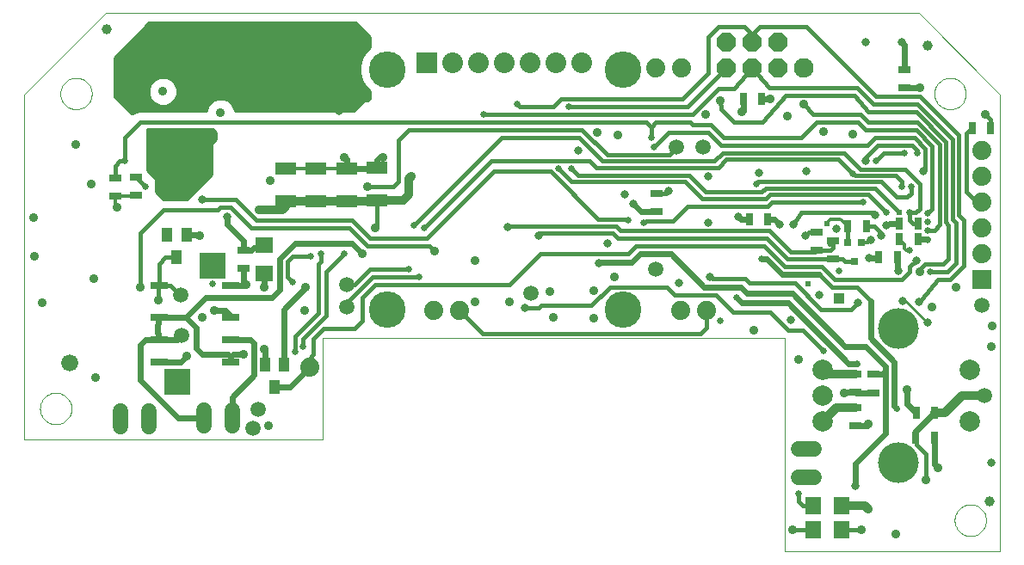
<source format=gbl>
G75*
G70*
%OFA0B0*%
%FSLAX24Y24*%
%IPPOS*%
%LPD*%
%AMOC8*
5,1,8,0,0,1.08239X$1,22.5*
%
%ADD10C,0.0000*%
%ADD11C,0.0787*%
%ADD12C,0.1575*%
%ADD13R,0.0315X0.0472*%
%ADD14R,0.0800X0.0800*%
%ADD15C,0.0800*%
%ADD16C,0.1417*%
%ADD17R,0.0472X0.0315*%
%ADD18R,0.0276X0.0276*%
%ADD19R,0.0630X0.0709*%
%ADD20R,0.0787X0.0472*%
%ADD21R,0.0394X0.0551*%
%ADD22C,0.0600*%
%ADD23C,0.0394*%
%ADD24C,0.0591*%
%ADD25C,0.0740*%
%ADD26R,0.0740X0.0740*%
%ADD27R,0.0709X0.0315*%
%ADD28R,0.0984X0.0984*%
%ADD29R,0.0709X0.0630*%
%ADD30OC8,0.0740*%
%ADD31C,0.0360*%
%ADD32C,0.0120*%
%ADD33C,0.0240*%
%ADD34C,0.0320*%
%ADD35C,0.0250*%
%ADD36C,0.0160*%
%ADD37C,0.0240*%
%ADD38C,0.0100*%
%ADD39C,0.0320*%
%ADD40C,0.0660*%
%ADD41C,0.0760*%
%ADD42C,0.0400*%
%ADD43R,0.0400X0.0400*%
D10*
X000180Y005173D02*
X011735Y005173D01*
X011735Y009110D01*
X029633Y009110D01*
X029633Y000843D01*
X037975Y000843D01*
X037975Y018559D01*
X034827Y021708D01*
X003329Y021708D01*
X000180Y018559D01*
X000180Y005173D01*
X000783Y006386D02*
X000785Y006435D01*
X000791Y006484D01*
X000801Y006532D01*
X000814Y006579D01*
X000832Y006625D01*
X000853Y006669D01*
X000877Y006712D01*
X000905Y006752D01*
X000936Y006791D01*
X000970Y006826D01*
X001007Y006859D01*
X001046Y006888D01*
X001088Y006914D01*
X001131Y006937D01*
X001177Y006956D01*
X001223Y006972D01*
X001271Y006984D01*
X001319Y006992D01*
X001368Y006996D01*
X001418Y006996D01*
X001467Y006992D01*
X001515Y006984D01*
X001563Y006972D01*
X001609Y006956D01*
X001655Y006937D01*
X001698Y006914D01*
X001740Y006888D01*
X001779Y006859D01*
X001816Y006826D01*
X001850Y006791D01*
X001881Y006752D01*
X001909Y006712D01*
X001933Y006669D01*
X001954Y006625D01*
X001972Y006579D01*
X001985Y006532D01*
X001995Y006484D01*
X002001Y006435D01*
X002003Y006386D01*
X002001Y006337D01*
X001995Y006288D01*
X001985Y006240D01*
X001972Y006193D01*
X001954Y006147D01*
X001933Y006103D01*
X001909Y006060D01*
X001881Y006020D01*
X001850Y005981D01*
X001816Y005946D01*
X001779Y005913D01*
X001740Y005884D01*
X001698Y005858D01*
X001655Y005835D01*
X001609Y005816D01*
X001563Y005800D01*
X001515Y005788D01*
X001467Y005780D01*
X001418Y005776D01*
X001368Y005776D01*
X001319Y005780D01*
X001271Y005788D01*
X001223Y005800D01*
X001177Y005816D01*
X001131Y005835D01*
X001088Y005858D01*
X001046Y005884D01*
X001007Y005913D01*
X000970Y005946D01*
X000936Y005981D01*
X000905Y006020D01*
X000877Y006060D01*
X000853Y006103D01*
X000832Y006147D01*
X000814Y006193D01*
X000801Y006240D01*
X000791Y006288D01*
X000785Y006337D01*
X000783Y006386D01*
X001570Y018591D02*
X001572Y018640D01*
X001578Y018689D01*
X001588Y018737D01*
X001601Y018784D01*
X001619Y018830D01*
X001640Y018874D01*
X001664Y018917D01*
X001692Y018957D01*
X001723Y018996D01*
X001757Y019031D01*
X001794Y019064D01*
X001833Y019093D01*
X001875Y019119D01*
X001918Y019142D01*
X001964Y019161D01*
X002010Y019177D01*
X002058Y019189D01*
X002106Y019197D01*
X002155Y019201D01*
X002205Y019201D01*
X002254Y019197D01*
X002302Y019189D01*
X002350Y019177D01*
X002396Y019161D01*
X002442Y019142D01*
X002485Y019119D01*
X002527Y019093D01*
X002566Y019064D01*
X002603Y019031D01*
X002637Y018996D01*
X002668Y018957D01*
X002696Y018917D01*
X002720Y018874D01*
X002741Y018830D01*
X002759Y018784D01*
X002772Y018737D01*
X002782Y018689D01*
X002788Y018640D01*
X002790Y018591D01*
X002788Y018542D01*
X002782Y018493D01*
X002772Y018445D01*
X002759Y018398D01*
X002741Y018352D01*
X002720Y018308D01*
X002696Y018265D01*
X002668Y018225D01*
X002637Y018186D01*
X002603Y018151D01*
X002566Y018118D01*
X002527Y018089D01*
X002485Y018063D01*
X002442Y018040D01*
X002396Y018021D01*
X002350Y018005D01*
X002302Y017993D01*
X002254Y017985D01*
X002205Y017981D01*
X002155Y017981D01*
X002106Y017985D01*
X002058Y017993D01*
X002010Y018005D01*
X001964Y018021D01*
X001918Y018040D01*
X001875Y018063D01*
X001833Y018089D01*
X001794Y018118D01*
X001757Y018151D01*
X001723Y018186D01*
X001692Y018225D01*
X001664Y018265D01*
X001640Y018308D01*
X001619Y018352D01*
X001601Y018398D01*
X001588Y018445D01*
X001578Y018493D01*
X001572Y018542D01*
X001570Y018591D01*
X035428Y018591D02*
X035430Y018640D01*
X035436Y018689D01*
X035446Y018737D01*
X035459Y018784D01*
X035477Y018830D01*
X035498Y018874D01*
X035522Y018917D01*
X035550Y018957D01*
X035581Y018996D01*
X035615Y019031D01*
X035652Y019064D01*
X035691Y019093D01*
X035733Y019119D01*
X035776Y019142D01*
X035822Y019161D01*
X035868Y019177D01*
X035916Y019189D01*
X035964Y019197D01*
X036013Y019201D01*
X036063Y019201D01*
X036112Y019197D01*
X036160Y019189D01*
X036208Y019177D01*
X036254Y019161D01*
X036300Y019142D01*
X036343Y019119D01*
X036385Y019093D01*
X036424Y019064D01*
X036461Y019031D01*
X036495Y018996D01*
X036526Y018957D01*
X036554Y018917D01*
X036578Y018874D01*
X036599Y018830D01*
X036617Y018784D01*
X036630Y018737D01*
X036640Y018689D01*
X036646Y018640D01*
X036648Y018591D01*
X036646Y018542D01*
X036640Y018493D01*
X036630Y018445D01*
X036617Y018398D01*
X036599Y018352D01*
X036578Y018308D01*
X036554Y018265D01*
X036526Y018225D01*
X036495Y018186D01*
X036461Y018151D01*
X036424Y018118D01*
X036385Y018089D01*
X036343Y018063D01*
X036300Y018040D01*
X036254Y018021D01*
X036208Y018005D01*
X036160Y017993D01*
X036112Y017985D01*
X036063Y017981D01*
X036013Y017981D01*
X035964Y017985D01*
X035916Y017993D01*
X035868Y018005D01*
X035822Y018021D01*
X035776Y018040D01*
X035733Y018063D01*
X035691Y018089D01*
X035652Y018118D01*
X035615Y018151D01*
X035581Y018186D01*
X035550Y018225D01*
X035522Y018265D01*
X035498Y018308D01*
X035477Y018352D01*
X035459Y018398D01*
X035446Y018445D01*
X035436Y018493D01*
X035430Y018542D01*
X035428Y018591D01*
X036216Y002055D02*
X036218Y002104D01*
X036224Y002153D01*
X036234Y002201D01*
X036247Y002248D01*
X036265Y002294D01*
X036286Y002338D01*
X036310Y002381D01*
X036338Y002421D01*
X036369Y002460D01*
X036403Y002495D01*
X036440Y002528D01*
X036479Y002557D01*
X036521Y002583D01*
X036564Y002606D01*
X036610Y002625D01*
X036656Y002641D01*
X036704Y002653D01*
X036752Y002661D01*
X036801Y002665D01*
X036851Y002665D01*
X036900Y002661D01*
X036948Y002653D01*
X036996Y002641D01*
X037042Y002625D01*
X037088Y002606D01*
X037131Y002583D01*
X037173Y002557D01*
X037212Y002528D01*
X037249Y002495D01*
X037283Y002460D01*
X037314Y002421D01*
X037342Y002381D01*
X037366Y002338D01*
X037387Y002294D01*
X037405Y002248D01*
X037418Y002201D01*
X037428Y002153D01*
X037434Y002104D01*
X037436Y002055D01*
X037434Y002006D01*
X037428Y001957D01*
X037418Y001909D01*
X037405Y001862D01*
X037387Y001816D01*
X037366Y001772D01*
X037342Y001729D01*
X037314Y001689D01*
X037283Y001650D01*
X037249Y001615D01*
X037212Y001582D01*
X037173Y001553D01*
X037131Y001527D01*
X037088Y001504D01*
X037042Y001485D01*
X036996Y001469D01*
X036948Y001457D01*
X036900Y001449D01*
X036851Y001445D01*
X036801Y001445D01*
X036752Y001449D01*
X036704Y001457D01*
X036656Y001469D01*
X036610Y001485D01*
X036564Y001504D01*
X036521Y001527D01*
X036479Y001553D01*
X036440Y001582D01*
X036403Y001615D01*
X036369Y001650D01*
X036338Y001689D01*
X036310Y001729D01*
X036286Y001772D01*
X036265Y001816D01*
X036247Y001862D01*
X036234Y001909D01*
X036224Y001957D01*
X036218Y002006D01*
X036216Y002055D01*
D11*
X036788Y005874D03*
X036788Y007874D03*
X031088Y007874D03*
X031088Y006874D03*
X031088Y005874D03*
D12*
X034038Y004274D03*
X034038Y009474D03*
D13*
X033989Y012243D03*
X033281Y012243D03*
X034081Y012943D03*
X034081Y013543D03*
X034789Y013543D03*
X034789Y012943D03*
X032789Y013443D03*
X032081Y013443D03*
X028984Y013723D03*
X028276Y013723D03*
X028026Y018373D03*
X028734Y018373D03*
X036886Y017253D03*
X037594Y017253D03*
X035434Y006223D03*
X034726Y006223D03*
X034716Y005268D03*
X035424Y005268D03*
D14*
X015783Y019796D03*
D15*
X016783Y019796D03*
X017783Y019796D03*
X018783Y019796D03*
X019783Y019796D03*
X020783Y019796D03*
X021783Y019796D03*
D16*
X023374Y019536D03*
X014240Y019536D03*
X014240Y010206D03*
X023374Y010206D03*
D17*
X024680Y014019D03*
X024680Y014728D03*
X030865Y013233D03*
X031495Y012883D03*
X030865Y012524D03*
X031495Y012174D03*
X032380Y007728D03*
X033080Y007708D03*
X032380Y007019D03*
X033080Y006999D03*
X032380Y006428D03*
X032380Y005719D03*
X034280Y018819D03*
X034280Y019528D03*
X008680Y012528D03*
X008680Y011819D03*
X004485Y014644D03*
X003710Y014609D03*
X003710Y015318D03*
X004485Y015353D03*
D18*
X032079Y012808D03*
X032591Y012808D03*
X032335Y012079D03*
D19*
X031831Y002623D03*
X030729Y002623D03*
X030744Y001703D03*
X031846Y001703D03*
D20*
X013850Y014449D03*
X012665Y014429D03*
X011465Y014429D03*
X010315Y014429D03*
X010315Y015688D03*
X011465Y015688D03*
X012665Y015688D03*
X013850Y015708D03*
D21*
X006454Y013107D03*
X005706Y013107D03*
X006080Y012240D03*
X009491Y008077D03*
X010239Y008077D03*
X009865Y007211D03*
D22*
X008240Y006308D02*
X008240Y005708D01*
X007140Y005708D02*
X007140Y006308D01*
X004995Y006293D02*
X004995Y005693D01*
X003895Y005693D02*
X003895Y006293D01*
X030180Y004823D02*
X030780Y004823D01*
X030780Y003723D02*
X030180Y003723D01*
D23*
X037580Y002773D03*
X035165Y020463D03*
X003380Y021073D03*
D24*
X007720Y020973D03*
X012680Y011173D03*
X012680Y010323D03*
X006230Y010773D03*
X006280Y009223D03*
X009220Y006338D03*
X009030Y005623D03*
X019800Y010863D03*
X024630Y011773D03*
X025430Y016523D03*
X026480Y016523D03*
X037280Y010373D03*
X037380Y006873D03*
D25*
X037280Y012373D03*
X037280Y013373D03*
X037280Y014373D03*
X037280Y015373D03*
X037280Y016373D03*
X026600Y010173D03*
X025600Y010173D03*
X017040Y010173D03*
X016040Y010173D03*
X011230Y007973D03*
X024645Y019603D03*
X025645Y019603D03*
D26*
X037280Y011373D03*
D27*
X008158Y011170D03*
X008158Y009910D03*
X008158Y009044D03*
X008158Y008177D03*
X005402Y008177D03*
X005402Y009044D03*
X005402Y009910D03*
X005402Y011170D03*
D28*
X007469Y011937D03*
X006091Y007410D03*
D29*
X009480Y011622D03*
X009480Y012725D03*
D30*
X027380Y019573D03*
X028380Y019573D03*
X029380Y019573D03*
X029380Y020573D03*
X028380Y020573D03*
X027380Y020573D03*
D31*
X027130Y018323D03*
X026580Y017773D03*
X027980Y017873D03*
X029080Y018373D03*
X029730Y017723D03*
X030380Y018173D03*
X031130Y017123D03*
X032280Y017023D03*
X034880Y018823D03*
X037410Y017773D03*
X034880Y011673D03*
X036280Y011073D03*
X035330Y010323D03*
X037680Y009573D03*
X037630Y008773D03*
X034380Y007123D03*
X032880Y005773D03*
X031930Y006973D03*
X030180Y008273D03*
X028420Y009413D03*
X023030Y011473D03*
X022220Y010953D03*
X022230Y009873D03*
X020680Y009923D03*
X020550Y010913D03*
X018980Y010533D03*
X017620Y010533D03*
X017620Y012133D03*
X016080Y012473D03*
X013780Y013373D03*
X013280Y012373D03*
X011080Y011073D03*
X011030Y010173D03*
X009480Y011073D03*
X008780Y011173D03*
X007530Y010173D03*
X007080Y009923D03*
X005380Y010573D03*
X004680Y011073D03*
X002880Y011423D03*
X000880Y010473D03*
X000580Y012273D03*
X000530Y013773D03*
X002780Y015073D03*
X003780Y014193D03*
X006980Y013073D03*
X009280Y014073D03*
X009710Y015223D03*
X012580Y016123D03*
X014080Y016123D03*
X015180Y015373D03*
X013480Y014973D03*
X007780Y017853D03*
X005550Y018673D03*
X002180Y016623D03*
X009480Y008673D03*
X008680Y008473D03*
X006480Y008423D03*
X002930Y007573D03*
X009630Y005723D03*
X022380Y017073D03*
X023180Y016973D03*
X035580Y004073D03*
X035100Y003613D03*
X032880Y002493D03*
X032600Y001673D03*
X033920Y001523D03*
X029920Y001673D03*
D32*
X033261Y012223D02*
X033281Y012243D01*
X034280Y012573D02*
X034280Y012744D01*
X034081Y012943D01*
X034280Y012573D02*
X034330Y012523D01*
X034480Y012523D01*
X035160Y012943D02*
X035180Y012923D01*
X032980Y012923D02*
X032864Y012808D01*
X032591Y012808D01*
X032081Y013443D02*
X031831Y013693D01*
X031820Y013693D01*
X031780Y013733D01*
X031400Y013733D01*
X031260Y013593D01*
X031260Y013553D01*
X024684Y014723D02*
X024680Y014728D01*
X013850Y015708D02*
X013830Y015728D01*
X013850Y015708D02*
X013830Y015688D01*
X012665Y015688D02*
X011465Y015688D01*
X010315Y015688D01*
X009480Y012725D02*
X009379Y012623D01*
X008780Y011173D02*
X008776Y011170D01*
X003780Y014193D02*
X003710Y014263D01*
X003710Y014609D01*
X004450Y014609D01*
X004485Y014644D01*
D33*
X006454Y013107D02*
X006947Y013107D01*
X006980Y013073D01*
X008030Y013523D02*
X008680Y012873D01*
X008680Y012528D01*
X008984Y012528D01*
X009080Y012623D01*
X009379Y012623D01*
X010080Y012173D02*
X010080Y010973D01*
X009780Y010673D01*
X007208Y010673D01*
X006444Y009910D01*
X005402Y009910D01*
X005380Y009888D02*
X005380Y009673D01*
X005338Y009631D01*
X005338Y009316D01*
X005380Y009273D01*
X005380Y009066D01*
X005402Y009043D02*
X005402Y009044D01*
X006100Y009044D01*
X006280Y009223D01*
X006830Y009523D02*
X006444Y009910D01*
X006830Y009523D02*
X006830Y008723D01*
X007080Y008473D01*
X008080Y008473D01*
X008180Y008373D01*
X008180Y008199D01*
X008180Y008373D02*
X008280Y008473D01*
X008680Y008473D01*
X009080Y008914D02*
X008950Y009044D01*
X008158Y009044D01*
X009080Y008914D02*
X009080Y007673D01*
X008240Y006833D01*
X008240Y006008D01*
X007140Y006008D02*
X006145Y006008D01*
X004680Y007473D01*
X004680Y008863D01*
X004860Y009043D01*
X005402Y009043D01*
X006234Y008177D02*
X006480Y008423D01*
X006234Y008177D02*
X005402Y008177D01*
X007980Y010173D02*
X008158Y009996D01*
X007980Y010173D02*
X007530Y010173D01*
X008158Y011170D02*
X008776Y011170D01*
X008780Y011173D02*
X008680Y011273D01*
X008680Y011819D01*
X009480Y011622D02*
X009480Y011073D01*
X010239Y010233D02*
X010239Y008077D01*
X009491Y008077D02*
X009491Y008685D01*
X009480Y008673D01*
X010467Y007211D02*
X011230Y007973D01*
X010467Y007211D02*
X009865Y007211D01*
X010239Y010233D02*
X011080Y011073D01*
X010080Y012173D02*
X010680Y012773D01*
X012880Y012773D01*
X013280Y012373D01*
X008030Y013523D02*
X008030Y013823D01*
X012580Y016123D02*
X012665Y016038D01*
X012665Y015688D01*
X013830Y015688D01*
X013830Y015728D02*
X013830Y016023D01*
X013930Y016123D01*
X014080Y016123D01*
X022440Y012013D02*
X022480Y012053D01*
X023700Y012053D01*
X024020Y012373D01*
X025220Y012373D01*
X026500Y011093D01*
X027940Y011093D01*
X028180Y010853D01*
X029920Y010853D01*
X031980Y008793D01*
X032780Y008793D01*
X033540Y008033D01*
X033540Y007853D01*
X033394Y007708D01*
X033080Y007708D01*
X033540Y007853D02*
X033540Y005413D01*
X032380Y004253D01*
X032380Y003373D01*
X035424Y004229D02*
X035580Y004073D01*
X035424Y004229D02*
X035424Y005268D01*
X034716Y005268D02*
X034716Y005505D01*
X035434Y006223D01*
X034726Y006223D02*
X034380Y006569D01*
X034380Y007123D01*
X033880Y006473D02*
X033980Y006373D01*
X033880Y006473D02*
X033880Y008193D01*
X032960Y009113D01*
X032960Y010553D01*
X034030Y011723D02*
X033989Y011764D01*
X033989Y012243D01*
X033261Y012223D02*
X032910Y012223D01*
X034789Y012943D02*
X035160Y012943D01*
X034081Y013543D02*
X033710Y013543D01*
X033580Y013473D01*
X030980Y011573D02*
X029540Y011573D01*
X028920Y012193D01*
X028720Y012193D01*
X029430Y013513D02*
X029220Y013723D01*
X028984Y013723D01*
X028276Y013723D02*
X027930Y013723D01*
X027830Y013823D01*
X024680Y014019D02*
X024084Y014019D01*
X023780Y014323D01*
X027980Y017873D02*
X028026Y017919D01*
X028026Y018373D01*
X028734Y018373D02*
X029080Y018373D01*
X034280Y018819D02*
X034876Y018819D01*
X034280Y019528D02*
X034280Y020473D01*
X034180Y020573D01*
X027760Y010693D02*
X027980Y010473D01*
X029760Y010473D01*
X032100Y008133D01*
X032420Y008133D01*
X032380Y007019D02*
X031976Y007019D01*
X031930Y006973D01*
X032400Y006999D02*
X033080Y006999D01*
X032880Y005773D02*
X032826Y005719D01*
X032380Y005719D01*
D34*
X032380Y003373D03*
X037630Y004273D03*
X035180Y009723D03*
X034830Y010523D03*
X034192Y010561D03*
X032460Y010483D03*
X030980Y010773D03*
X029880Y009813D03*
X026740Y011493D03*
X025520Y011243D03*
X022780Y012773D03*
X022440Y012013D03*
X020100Y013093D03*
X018900Y013413D03*
X023440Y014693D03*
X023780Y014323D03*
X025130Y014823D03*
X026680Y015373D03*
X028630Y015523D03*
X030480Y015573D03*
X032780Y015973D03*
X035000Y015593D03*
X033130Y013873D03*
X033580Y013473D03*
X033380Y013073D03*
X032980Y012923D03*
X032910Y012223D03*
X034030Y011723D03*
X034730Y012123D03*
X031640Y013353D03*
X030430Y013103D03*
X029980Y013523D03*
X029430Y013513D03*
X027830Y013823D03*
X026680Y013603D03*
X021630Y016373D03*
X013020Y019073D03*
X012700Y019193D03*
X012680Y018853D03*
X012980Y018733D03*
X012660Y018513D03*
X012960Y018373D03*
X012760Y018073D03*
X012460Y018233D03*
X012120Y018113D03*
X011820Y018033D03*
X011500Y018033D03*
X011180Y018033D03*
X010380Y018813D03*
X010120Y019033D03*
X010400Y019133D03*
X010420Y019473D03*
X010120Y019333D03*
X010140Y019653D03*
X010440Y019793D03*
X010460Y020113D03*
X010160Y019993D03*
X009900Y020273D03*
X010200Y020433D03*
X010300Y020773D03*
X010060Y020993D03*
X009820Y021193D03*
X009460Y021193D03*
X009080Y021193D03*
X008700Y021173D03*
X008380Y021153D03*
X006900Y021193D03*
X006400Y021173D03*
X005940Y021153D03*
X005420Y021133D03*
X005080Y021133D03*
X004820Y020913D03*
X004580Y020693D03*
X004240Y020333D03*
X003960Y020013D03*
X003960Y019633D03*
X003940Y019213D03*
X004320Y019173D03*
X004760Y019373D03*
X005080Y019613D03*
X009920Y020673D03*
X010600Y020473D03*
X010940Y020473D03*
X011280Y020473D03*
X011620Y020473D03*
X011960Y020473D03*
X012300Y020453D03*
X012160Y020753D03*
X011780Y020793D03*
X011380Y020813D03*
X011020Y020813D03*
X010660Y020813D03*
X010440Y021173D03*
X010980Y021213D03*
X011560Y021213D03*
X012140Y021153D03*
X012640Y020613D03*
X012580Y020253D03*
X012980Y020213D03*
X012940Y019793D03*
X012620Y019893D03*
X012720Y019513D03*
X013040Y019453D03*
X012380Y017933D03*
X007080Y014473D03*
X008030Y013823D03*
X019570Y010273D03*
X032780Y020573D03*
X034180Y020573D03*
D35*
X034280Y016273D03*
X034780Y016273D03*
X033180Y015973D03*
X032260Y015473D03*
X032660Y014373D03*
X033580Y013973D03*
X034480Y013973D03*
X035180Y013953D03*
X035180Y013613D03*
X035180Y013273D03*
X035180Y012923D03*
X034480Y012523D03*
X035280Y011673D03*
X031730Y011723D03*
X028720Y012193D03*
X027760Y010693D03*
X027140Y009773D03*
X031140Y008613D03*
X032420Y008133D03*
X033980Y006373D03*
X030180Y003073D03*
X015480Y011473D03*
X015080Y011773D03*
X012580Y012373D03*
X011680Y012373D03*
X011280Y012273D03*
X010580Y011273D03*
X007480Y011223D03*
X010980Y008773D03*
X010680Y008573D03*
X015280Y013473D03*
X015680Y013373D03*
X020880Y015673D03*
X021380Y015673D03*
X023580Y013673D03*
X024180Y013573D03*
X028520Y015093D03*
X024580Y016513D03*
X024480Y016873D03*
X021280Y018073D03*
X019280Y018173D03*
X017980Y017773D03*
X006130Y016573D03*
X005830Y016573D03*
X005530Y016573D03*
X005430Y016273D03*
X005730Y016273D03*
X006030Y016273D03*
X006130Y015973D03*
X005830Y015973D03*
X005530Y015973D03*
X005430Y015673D03*
X005730Y015673D03*
X006030Y015673D03*
X004880Y014973D03*
X004080Y015973D03*
X034180Y014973D03*
X034530Y014973D03*
D36*
X034530Y014723D01*
X034380Y014573D01*
X033980Y014573D01*
X033380Y015173D01*
X028600Y015173D01*
X028520Y015093D01*
X028740Y014773D02*
X026580Y014773D01*
X025940Y015413D01*
X021640Y015413D01*
X021380Y015673D01*
X021380Y015173D02*
X020880Y015673D01*
X020556Y015573D02*
X022412Y013718D01*
X023536Y013718D01*
X023580Y013673D01*
X023280Y013273D02*
X023100Y013453D01*
X018940Y013453D01*
X018900Y013413D01*
X020100Y013093D02*
X020180Y013173D01*
X022980Y013173D01*
X023180Y012973D01*
X028940Y012973D01*
X029739Y012174D01*
X031495Y012174D01*
X031496Y012173D01*
X031880Y012173D01*
X031974Y012079D01*
X032335Y012079D01*
X031500Y012633D02*
X031500Y012878D01*
X031495Y012883D01*
X031376Y012764D01*
X031500Y012633D02*
X031391Y012524D01*
X030865Y012524D01*
X030794Y012453D01*
X029860Y012453D01*
X029040Y013273D01*
X023280Y013273D01*
X023880Y012673D02*
X028840Y012673D01*
X029640Y011873D01*
X031080Y011873D01*
X031580Y011373D01*
X034180Y011373D01*
X034480Y011673D01*
X034480Y011873D01*
X034730Y012123D01*
X034880Y011773D02*
X035080Y011973D01*
X035780Y011973D01*
X035980Y012173D01*
X035980Y013473D01*
X035860Y013633D01*
X035860Y016733D01*
X034720Y017873D01*
X032880Y017873D01*
X032530Y018273D01*
X032330Y018523D01*
X029680Y018523D01*
X029480Y018273D01*
X028780Y017473D01*
X027680Y017473D01*
X027180Y017973D01*
X027130Y018323D01*
X027080Y018773D02*
X027680Y018773D01*
X028380Y019573D01*
X029030Y018823D01*
X032430Y018823D01*
X033080Y018173D01*
X034780Y018173D01*
X036120Y016833D01*
X036120Y013733D01*
X036280Y013573D01*
X036280Y012033D01*
X035920Y011673D01*
X035280Y011673D01*
X034880Y011673D02*
X034880Y011773D01*
X035580Y011373D02*
X036020Y011373D01*
X036580Y011933D01*
X036580Y013673D01*
X036380Y013873D01*
X036380Y016973D01*
X034880Y018473D01*
X033180Y018473D01*
X030480Y021173D01*
X028680Y021173D01*
X028380Y020873D01*
X028380Y020573D01*
X028380Y020873D02*
X028080Y021173D01*
X027080Y021173D01*
X026680Y020773D01*
X026680Y019373D01*
X025680Y018373D01*
X020980Y018373D01*
X020680Y018073D01*
X019380Y018073D01*
X019280Y018173D01*
X017980Y017773D02*
X026080Y017773D01*
X027080Y018773D01*
X027380Y019573D02*
X025880Y018073D01*
X021280Y018073D01*
X021780Y017173D02*
X022780Y016213D01*
X025180Y016213D01*
X025430Y016523D01*
X025140Y017073D02*
X024580Y016513D01*
X024480Y016873D02*
X024460Y016893D01*
X024460Y017284D01*
X024649Y017473D01*
X025980Y017473D01*
X026080Y017373D01*
X026780Y017373D01*
X027280Y016873D01*
X030280Y016873D01*
X030880Y017473D01*
X032480Y017473D01*
X032780Y017173D01*
X034720Y017173D01*
X035340Y016553D01*
X035340Y014133D01*
X035180Y013953D01*
X034860Y014133D02*
X034860Y015093D01*
X034300Y015653D01*
X032580Y015653D01*
X031940Y016293D01*
X027220Y016293D01*
X026900Y015973D01*
X022580Y015973D01*
X021680Y016873D01*
X018680Y016873D01*
X015280Y013473D01*
X015680Y013373D02*
X018280Y015973D01*
X022080Y015973D01*
X022320Y015733D01*
X027060Y015733D01*
X027380Y016053D01*
X031700Y016053D01*
X032260Y015493D01*
X032260Y015473D01*
X032360Y015413D01*
X033940Y015413D01*
X034180Y015173D01*
X034180Y014973D01*
X034080Y013993D02*
X033140Y014933D01*
X028900Y014933D01*
X028740Y014773D01*
X028900Y014533D02*
X029060Y014693D01*
X032860Y014693D01*
X033580Y013973D01*
X033130Y013873D02*
X033030Y013973D01*
X030280Y013973D01*
X029980Y013523D01*
X030430Y013103D02*
X030559Y013233D01*
X030865Y013233D01*
X032079Y013442D02*
X032079Y012808D01*
X032079Y013442D02*
X032081Y013443D01*
X032789Y013443D02*
X033110Y013443D01*
X033380Y013173D01*
X033380Y013073D01*
X034480Y013673D02*
X034480Y013973D01*
X034700Y013973D01*
X034860Y014133D01*
X034480Y013673D02*
X034610Y013543D01*
X034789Y013543D01*
X035180Y013273D02*
X035440Y013273D01*
X035620Y013513D01*
X035620Y016633D01*
X034780Y017473D01*
X032880Y017473D01*
X032580Y017773D01*
X030730Y017773D01*
X030380Y018173D01*
X032820Y016573D02*
X027180Y016573D01*
X026680Y017073D01*
X025140Y017073D01*
X024480Y016873D02*
X024480Y017273D01*
X024280Y017473D01*
X004680Y017473D01*
X004080Y016873D01*
X004080Y015973D01*
X003880Y015973D01*
X003710Y015803D01*
X003710Y015318D01*
X004485Y015353D02*
X004864Y014973D01*
X004880Y014973D01*
X005580Y014073D02*
X007680Y014073D01*
X007780Y014173D01*
X008180Y014173D01*
X008960Y013393D01*
X012760Y013393D01*
X013480Y012673D01*
X015880Y012673D01*
X016080Y012473D01*
X015780Y012973D02*
X018380Y015573D01*
X020556Y015573D01*
X021380Y015173D02*
X025780Y015173D01*
X026420Y014533D01*
X028900Y014533D01*
X029140Y014373D02*
X028980Y014213D01*
X025860Y014213D01*
X025300Y013653D01*
X024260Y013653D01*
X024180Y013573D01*
X023880Y012673D02*
X023580Y012373D01*
X020180Y012373D01*
X018980Y011173D01*
X013780Y011173D01*
X013280Y010673D01*
X013280Y009773D01*
X012980Y009473D01*
X011780Y009473D01*
X011380Y009073D01*
X011380Y008473D01*
X011230Y008323D01*
X011230Y007973D01*
X010980Y007973D01*
X010680Y008573D02*
X010680Y009173D01*
X011580Y010073D01*
X011580Y011973D01*
X011680Y012073D01*
X011680Y012373D01*
X011280Y012273D02*
X010580Y012273D01*
X010380Y012073D01*
X010380Y011473D01*
X010580Y011273D01*
X011880Y011673D02*
X012580Y012373D01*
X011880Y011673D02*
X011880Y009973D01*
X010980Y009073D01*
X010980Y008773D01*
X012680Y010323D02*
X012680Y010473D01*
X013680Y011473D01*
X015480Y011473D01*
X015080Y011773D02*
X013580Y011773D01*
X012980Y011173D01*
X012680Y011173D01*
X013580Y012973D02*
X015780Y012973D01*
X013830Y013423D02*
X013780Y013373D01*
X013830Y013423D02*
X013830Y014429D01*
X013850Y014449D01*
X013480Y014973D02*
X014480Y014973D01*
X014680Y015173D01*
X014680Y016773D01*
X015080Y017173D01*
X021780Y017173D01*
X024684Y014723D02*
X025030Y014723D01*
X025130Y014823D01*
X029140Y014373D02*
X032660Y014373D01*
X034070Y013983D02*
X034080Y013993D01*
X036680Y014773D02*
X036680Y017048D01*
X036886Y017253D01*
X037594Y017253D02*
X037594Y017589D01*
X037410Y017773D01*
X035080Y016453D02*
X035080Y015673D01*
X035000Y015593D01*
X034780Y016273D02*
X034780Y016373D01*
X034580Y016573D01*
X033240Y016573D01*
X032780Y016113D01*
X032780Y015973D01*
X033180Y015973D02*
X033480Y016273D01*
X034280Y016273D01*
X034660Y016873D02*
X035080Y016453D01*
X034660Y016873D02*
X033120Y016873D01*
X032820Y016573D01*
X034876Y018819D02*
X034880Y018823D01*
X036680Y014773D02*
X037080Y014373D01*
X037280Y014373D01*
X035580Y011373D02*
X034930Y010623D01*
X034830Y010523D01*
X034192Y010561D02*
X034192Y010611D01*
X034130Y010573D01*
X032960Y010553D02*
X032440Y011073D01*
X031480Y011073D01*
X030980Y011573D01*
X030020Y011253D02*
X028260Y011253D01*
X028100Y011413D01*
X026820Y011413D01*
X026740Y011493D01*
X026980Y010773D02*
X027620Y010133D01*
X029060Y010133D01*
X029780Y009413D01*
X030340Y009413D01*
X031140Y008613D01*
X031040Y010233D02*
X032210Y010233D01*
X032460Y010483D01*
X031040Y010233D02*
X030020Y011253D01*
X026980Y010773D02*
X025380Y010773D01*
X025060Y011093D01*
X022870Y011093D01*
X022150Y010373D01*
X020210Y010373D01*
X020110Y010273D01*
X019570Y010273D01*
X017920Y009293D02*
X017040Y010173D01*
X017920Y009293D02*
X026380Y009293D01*
X026600Y009513D01*
X026600Y010173D01*
X032380Y007019D02*
X032400Y006999D01*
X034716Y005268D02*
X034716Y005118D01*
X034720Y005113D01*
X034720Y004993D01*
X035100Y004613D01*
X035100Y003613D01*
X032600Y001673D02*
X031956Y001673D01*
X031846Y001703D01*
X030794Y001673D02*
X030744Y001703D01*
X030794Y001673D02*
X029920Y001673D01*
X030330Y002623D02*
X030729Y002623D01*
X030330Y002623D02*
X030180Y002773D01*
X030180Y003073D01*
X013580Y012973D02*
X012860Y013693D01*
X009160Y013693D01*
X008380Y014473D01*
X007080Y014473D01*
X005580Y014073D02*
X004680Y013173D01*
X004680Y011073D01*
X005380Y011147D02*
X005380Y010573D01*
X005380Y011147D02*
X005402Y011170D01*
X005834Y011170D01*
X006230Y010773D01*
X005402Y011170D02*
X005402Y011996D01*
X005647Y012240D01*
X006080Y012240D01*
X005402Y009910D02*
X005380Y009888D01*
X005380Y009066D02*
X005402Y009044D01*
X008158Y009910D02*
X008158Y009996D01*
X008180Y008199D02*
X008158Y008177D01*
D37*
X030530Y011223D03*
X031260Y013553D03*
X034070Y013983D03*
D38*
X034230Y010623D02*
X035180Y009723D01*
X034230Y010623D02*
X034130Y010573D01*
X013560Y018393D02*
X013480Y018313D01*
X013320Y018313D01*
X012930Y017923D01*
X008330Y017923D01*
X008330Y017963D01*
X008246Y018165D01*
X008092Y018320D01*
X007889Y018403D01*
X007671Y018403D01*
X007468Y018320D01*
X007314Y018165D01*
X007230Y017963D01*
X007230Y017923D01*
X004590Y017923D01*
X004425Y017855D01*
X004384Y017813D01*
X004340Y017813D01*
X003660Y018493D01*
X003660Y019993D01*
X005004Y021338D01*
X012996Y021338D01*
X013560Y020773D01*
X013560Y020382D01*
X013377Y020199D01*
X013235Y019953D01*
X013161Y019678D01*
X013161Y019394D01*
X013235Y019120D01*
X013377Y018874D01*
X013560Y018691D01*
X013560Y018393D01*
X013539Y018372D02*
X007964Y018372D01*
X008137Y018274D02*
X013281Y018274D01*
X013182Y018175D02*
X008236Y018175D01*
X008283Y018077D02*
X013084Y018077D01*
X012985Y017978D02*
X008324Y017978D01*
X007596Y018372D02*
X006021Y018372D01*
X006016Y018362D02*
X006100Y018564D01*
X006100Y018783D01*
X006016Y018985D01*
X005862Y019140D01*
X005659Y019223D01*
X005441Y019223D01*
X005238Y019140D01*
X005084Y018985D01*
X005000Y018783D01*
X005000Y018564D01*
X005084Y018362D01*
X005238Y018207D01*
X005441Y018123D01*
X005659Y018123D01*
X005862Y018207D01*
X006016Y018362D01*
X006061Y018471D02*
X013560Y018471D01*
X013560Y018569D02*
X006100Y018569D01*
X006100Y018668D02*
X013560Y018668D01*
X013484Y018766D02*
X006100Y018766D01*
X006066Y018865D02*
X013386Y018865D01*
X013325Y018963D02*
X006025Y018963D01*
X005939Y019062D02*
X013268Y019062D01*
X013224Y019160D02*
X005811Y019160D01*
X005289Y019160D02*
X003660Y019160D01*
X003660Y019062D02*
X005161Y019062D01*
X005075Y018963D02*
X003660Y018963D01*
X003660Y018865D02*
X005034Y018865D01*
X005000Y018766D02*
X003660Y018766D01*
X003660Y018668D02*
X005000Y018668D01*
X005000Y018569D02*
X003660Y018569D01*
X003682Y018471D02*
X005039Y018471D01*
X005079Y018372D02*
X003781Y018372D01*
X003879Y018274D02*
X005172Y018274D01*
X005315Y018175D02*
X003978Y018175D01*
X004076Y018077D02*
X007277Y018077D01*
X007236Y017978D02*
X004175Y017978D01*
X004273Y017880D02*
X004486Y017880D01*
X004920Y017213D02*
X007480Y017213D01*
X007600Y017093D01*
X007600Y016813D01*
X007440Y016653D01*
X007440Y015453D01*
X006460Y014473D01*
X005560Y014473D01*
X005260Y014773D01*
X005260Y015273D01*
X004920Y015613D01*
X004920Y017213D01*
X004920Y017190D02*
X007503Y017190D01*
X007600Y017092D02*
X004920Y017092D01*
X004920Y016993D02*
X007600Y016993D01*
X007600Y016895D02*
X004920Y016895D01*
X004920Y016796D02*
X007583Y016796D01*
X007485Y016698D02*
X004920Y016698D01*
X004920Y016599D02*
X007440Y016599D01*
X007440Y016501D02*
X004920Y016501D01*
X004920Y016402D02*
X007440Y016402D01*
X007440Y016304D02*
X004920Y016304D01*
X004920Y016205D02*
X007440Y016205D01*
X007440Y016107D02*
X004920Y016107D01*
X004920Y016008D02*
X007440Y016008D01*
X007440Y015910D02*
X004920Y015910D01*
X004920Y015811D02*
X007440Y015811D01*
X007440Y015713D02*
X004920Y015713D01*
X004920Y015614D02*
X007440Y015614D01*
X007440Y015516D02*
X005017Y015516D01*
X005116Y015417D02*
X007404Y015417D01*
X007306Y015319D02*
X005214Y015319D01*
X005260Y015220D02*
X007207Y015220D01*
X007109Y015122D02*
X005260Y015122D01*
X005260Y015023D02*
X007010Y015023D01*
X006912Y014925D02*
X005260Y014925D01*
X005260Y014826D02*
X006813Y014826D01*
X006715Y014728D02*
X005305Y014728D01*
X005404Y014629D02*
X006616Y014629D01*
X006518Y014531D02*
X005502Y014531D01*
X005785Y018175D02*
X007324Y018175D01*
X007423Y018274D02*
X005928Y018274D01*
X003660Y019259D02*
X013197Y019259D01*
X013171Y019357D02*
X003660Y019357D01*
X003660Y019456D02*
X013161Y019456D01*
X013161Y019554D02*
X003660Y019554D01*
X003660Y019653D02*
X013161Y019653D01*
X013181Y019751D02*
X003660Y019751D01*
X003660Y019850D02*
X013207Y019850D01*
X013234Y019948D02*
X003660Y019948D01*
X003714Y020047D02*
X013289Y020047D01*
X013346Y020145D02*
X003812Y020145D01*
X003911Y020244D02*
X013422Y020244D01*
X013520Y020342D02*
X004009Y020342D01*
X004108Y020441D02*
X013560Y020441D01*
X013560Y020539D02*
X004206Y020539D01*
X004305Y020638D02*
X013560Y020638D01*
X013560Y020736D02*
X004403Y020736D01*
X004502Y020835D02*
X013498Y020835D01*
X013400Y020933D02*
X004600Y020933D01*
X004699Y021032D02*
X013301Y021032D01*
X013203Y021130D02*
X004797Y021130D01*
X004896Y021229D02*
X013104Y021229D01*
X013006Y021327D02*
X004994Y021327D01*
D39*
X015080Y015273D02*
X015180Y015373D01*
X015080Y015273D02*
X015080Y014673D01*
X014855Y014449D01*
X013850Y014449D01*
X013830Y014429D02*
X012665Y014429D01*
X011465Y014429D01*
X010315Y014429D01*
X010315Y014208D01*
X010180Y014073D01*
X009280Y014073D01*
X031235Y007728D02*
X032380Y007728D01*
X032380Y006428D02*
X031642Y006428D01*
X031088Y005874D01*
X035434Y006223D02*
X035850Y006223D01*
X036500Y006873D01*
X037380Y006873D01*
X032880Y002493D02*
X032750Y002623D01*
X031831Y002623D01*
D40*
X001930Y008143D03*
D41*
X030380Y019573D03*
D42*
X031088Y007874D02*
X031235Y007728D01*
D43*
X031720Y010663D03*
M02*

</source>
